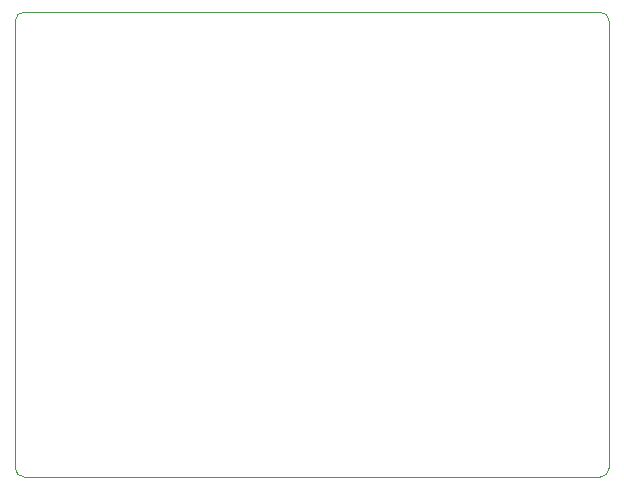
<source format=gm1>
%TF.GenerationSoftware,KiCad,Pcbnew,(5.1.8-0-10_14)*%
%TF.CreationDate,2021-07-14T10:01:13+01:00*%
%TF.ProjectId,cgs-attenuverter-board,6367732d-6174-4746-956e-757665727465,rev?*%
%TF.SameCoordinates,Original*%
%TF.FileFunction,Profile,NP*%
%FSLAX46Y46*%
G04 Gerber Fmt 4.6, Leading zero omitted, Abs format (unit mm)*
G04 Created by KiCad (PCBNEW (5.1.8-0-10_14)) date 2021-07-14 10:01:13*
%MOMM*%
%LPD*%
G01*
G04 APERTURE LIST*
%TA.AperFunction,Profile*%
%ADD10C,0.050000*%
%TD*%
G04 APERTURE END LIST*
D10*
X176784000Y-87630000D02*
G75*
G02*
X177546000Y-88392000I0J-762000D01*
G01*
X127254000Y-88392000D02*
G75*
G02*
X128016000Y-87630000I762000J0D01*
G01*
X128016000Y-127000000D02*
G75*
G02*
X127254000Y-126238000I0J762000D01*
G01*
X177546000Y-126238000D02*
G75*
G02*
X176784000Y-127000000I-762000J0D01*
G01*
X127254000Y-126238000D02*
X127254000Y-88392000D01*
X177546000Y-126238000D02*
X177546000Y-88392000D01*
X128016000Y-87630000D02*
X176784000Y-87630000D01*
X128016000Y-127000000D02*
X176784000Y-127000000D01*
M02*

</source>
